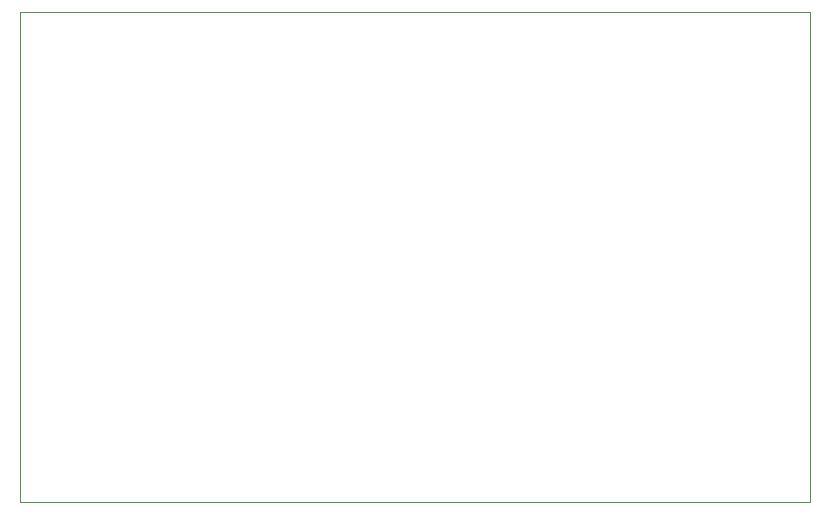
<source format=gko>
G04 (created by PCBNEW (2013-07-07 BZR 4022)-stable) date 2/3/2015 8:26:14 PM*
%MOIN*%
G04 Gerber Fmt 3.4, Leading zero omitted, Abs format*
%FSLAX34Y34*%
G01*
G70*
G90*
G04 APERTURE LIST*
%ADD10C,0.00590551*%
%ADD11C,0.00393701*%
G04 APERTURE END LIST*
G54D10*
G54D11*
X130250Y-71575D02*
X130250Y-55250D01*
X103925Y-71575D02*
X130250Y-71575D01*
X103925Y-55250D02*
X103925Y-71575D01*
X130250Y-55250D02*
X103925Y-55250D01*
M02*

</source>
